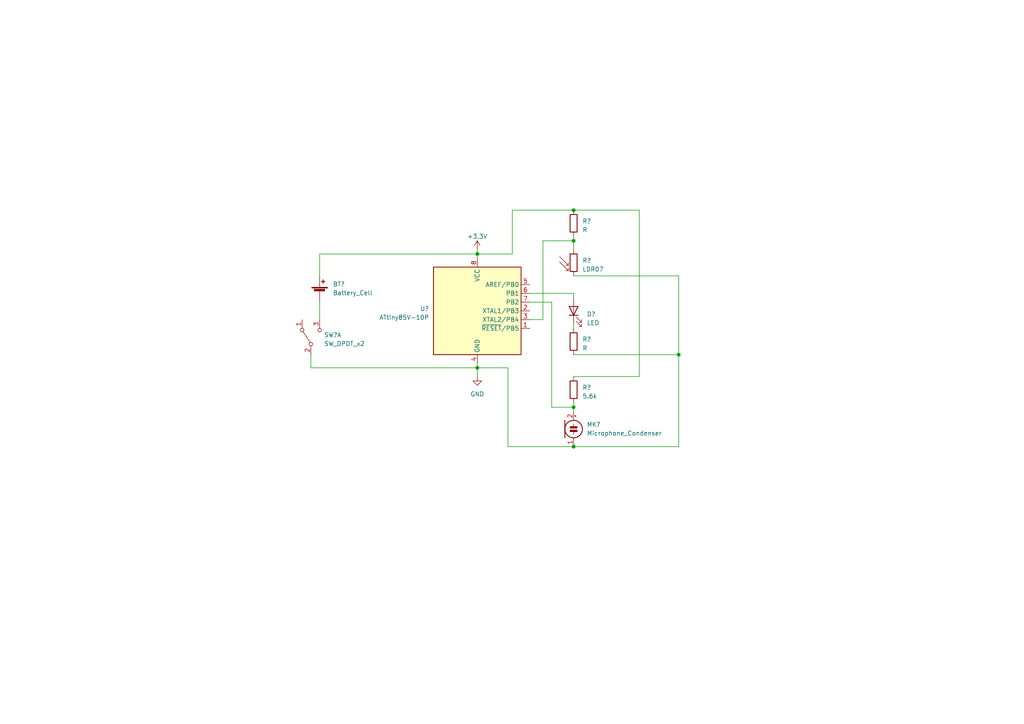
<source format=kicad_sch>
(kicad_sch (version 20230121) (generator eeschema)

  (uuid dc13cf54-8c22-4f1c-89c0-5163c36ef77c)

  (paper "A4")

  (lib_symbols
    (symbol "Device:Battery_Cell" (pin_numbers hide) (pin_names (offset 0) hide) (in_bom yes) (on_board yes)
      (property "Reference" "BT" (at 2.54 2.54 0)
        (effects (font (size 1.27 1.27)) (justify left))
      )
      (property "Value" "Battery_Cell" (at 2.54 0 0)
        (effects (font (size 1.27 1.27)) (justify left))
      )
      (property "Footprint" "" (at 0 1.524 90)
        (effects (font (size 1.27 1.27)) hide)
      )
      (property "Datasheet" "~" (at 0 1.524 90)
        (effects (font (size 1.27 1.27)) hide)
      )
      (property "ki_keywords" "battery cell" (at 0 0 0)
        (effects (font (size 1.27 1.27)) hide)
      )
      (property "ki_description" "Single-cell battery" (at 0 0 0)
        (effects (font (size 1.27 1.27)) hide)
      )
      (symbol "Battery_Cell_0_1"
        (rectangle (start -2.286 1.778) (end 2.286 1.524)
          (stroke (width 0) (type default))
          (fill (type outline))
        )
        (rectangle (start -1.5748 1.1938) (end 1.4732 0.6858)
          (stroke (width 0) (type default))
          (fill (type outline))
        )
        (polyline
          (pts
            (xy 0 0.762)
            (xy 0 0)
          )
          (stroke (width 0) (type default))
          (fill (type none))
        )
        (polyline
          (pts
            (xy 0 1.778)
            (xy 0 2.54)
          )
          (stroke (width 0) (type default))
          (fill (type none))
        )
        (polyline
          (pts
            (xy 0.508 3.429)
            (xy 1.524 3.429)
          )
          (stroke (width 0.254) (type default))
          (fill (type none))
        )
        (polyline
          (pts
            (xy 1.016 3.937)
            (xy 1.016 2.921)
          )
          (stroke (width 0.254) (type default))
          (fill (type none))
        )
      )
      (symbol "Battery_Cell_1_1"
        (pin passive line (at 0 5.08 270) (length 2.54)
          (name "+" (effects (font (size 1.27 1.27))))
          (number "1" (effects (font (size 1.27 1.27))))
        )
        (pin passive line (at 0 -2.54 90) (length 2.54)
          (name "-" (effects (font (size 1.27 1.27))))
          (number "2" (effects (font (size 1.27 1.27))))
        )
      )
    )
    (symbol "Device:LED" (pin_numbers hide) (pin_names (offset 1.016) hide) (in_bom yes) (on_board yes)
      (property "Reference" "D" (at 0 2.54 0)
        (effects (font (size 1.27 1.27)))
      )
      (property "Value" "LED" (at 0 -2.54 0)
        (effects (font (size 1.27 1.27)))
      )
      (property "Footprint" "" (at 0 0 0)
        (effects (font (size 1.27 1.27)) hide)
      )
      (property "Datasheet" "~" (at 0 0 0)
        (effects (font (size 1.27 1.27)) hide)
      )
      (property "ki_keywords" "LED diode" (at 0 0 0)
        (effects (font (size 1.27 1.27)) hide)
      )
      (property "ki_description" "Light emitting diode" (at 0 0 0)
        (effects (font (size 1.27 1.27)) hide)
      )
      (property "ki_fp_filters" "LED* LED_SMD:* LED_THT:*" (at 0 0 0)
        (effects (font (size 1.27 1.27)) hide)
      )
      (symbol "LED_0_1"
        (polyline
          (pts
            (xy -1.27 -1.27)
            (xy -1.27 1.27)
          )
          (stroke (width 0.254) (type default))
          (fill (type none))
        )
        (polyline
          (pts
            (xy -1.27 0)
            (xy 1.27 0)
          )
          (stroke (width 0) (type default))
          (fill (type none))
        )
        (polyline
          (pts
            (xy 1.27 -1.27)
            (xy 1.27 1.27)
            (xy -1.27 0)
            (xy 1.27 -1.27)
          )
          (stroke (width 0.254) (type default))
          (fill (type none))
        )
        (polyline
          (pts
            (xy -3.048 -0.762)
            (xy -4.572 -2.286)
            (xy -3.81 -2.286)
            (xy -4.572 -2.286)
            (xy -4.572 -1.524)
          )
          (stroke (width 0) (type default))
          (fill (type none))
        )
        (polyline
          (pts
            (xy -1.778 -0.762)
            (xy -3.302 -2.286)
            (xy -2.54 -2.286)
            (xy -3.302 -2.286)
            (xy -3.302 -1.524)
          )
          (stroke (width 0) (type default))
          (fill (type none))
        )
      )
      (symbol "LED_1_1"
        (pin passive line (at -3.81 0 0) (length 2.54)
          (name "K" (effects (font (size 1.27 1.27))))
          (number "1" (effects (font (size 1.27 1.27))))
        )
        (pin passive line (at 3.81 0 180) (length 2.54)
          (name "A" (effects (font (size 1.27 1.27))))
          (number "2" (effects (font (size 1.27 1.27))))
        )
      )
    )
    (symbol "Device:Microphone_Condenser" (pin_names (offset 0.0254) hide) (in_bom yes) (on_board yes)
      (property "Reference" "MK" (at -3.302 1.27 0)
        (effects (font (size 1.27 1.27)) (justify right))
      )
      (property "Value" "Microphone_Condenser" (at -3.302 -0.635 0)
        (effects (font (size 1.27 1.27)) (justify right))
      )
      (property "Footprint" "" (at 0 2.54 90)
        (effects (font (size 1.27 1.27)) hide)
      )
      (property "Datasheet" "~" (at 0 2.54 90)
        (effects (font (size 1.27 1.27)) hide)
      )
      (property "ki_keywords" "capacitance condenser microphone" (at 0 0 0)
        (effects (font (size 1.27 1.27)) hide)
      )
      (property "ki_description" "Condenser microphone" (at 0 0 0)
        (effects (font (size 1.27 1.27)) hide)
      )
      (symbol "Microphone_Condenser_0_1"
        (polyline
          (pts
            (xy -2.54 2.54)
            (xy -2.54 -2.54)
          )
          (stroke (width 0.254) (type default))
          (fill (type none))
        )
        (polyline
          (pts
            (xy 0 -0.762)
            (xy 0 -1.524)
          )
          (stroke (width 0) (type default))
          (fill (type none))
        )
        (polyline
          (pts
            (xy 0 0.762)
            (xy 0 1.524)
          )
          (stroke (width 0) (type default))
          (fill (type none))
        )
        (polyline
          (pts
            (xy 0.254 3.81)
            (xy 0.762 3.81)
          )
          (stroke (width 0) (type default))
          (fill (type none))
        )
        (polyline
          (pts
            (xy 0.508 4.064)
            (xy 0.508 3.556)
          )
          (stroke (width 0) (type default))
          (fill (type none))
        )
        (circle (center 0 0) (radius 2.54)
          (stroke (width 0.254) (type default))
          (fill (type none))
        )
        (rectangle (start 1.016 -0.254) (end -1.016 -0.762)
          (stroke (width 0) (type default))
          (fill (type outline))
        )
        (rectangle (start 1.016 0.762) (end -1.016 0.254)
          (stroke (width 0) (type default))
          (fill (type outline))
        )
      )
      (symbol "Microphone_Condenser_1_1"
        (pin passive line (at 0 -5.08 90) (length 2.54)
          (name "-" (effects (font (size 1.27 1.27))))
          (number "1" (effects (font (size 1.27 1.27))))
        )
        (pin passive line (at 0 5.08 270) (length 2.54)
          (name "+" (effects (font (size 1.27 1.27))))
          (number "2" (effects (font (size 1.27 1.27))))
        )
      )
    )
    (symbol "Device:R" (pin_numbers hide) (pin_names (offset 0)) (in_bom yes) (on_board yes)
      (property "Reference" "R" (at 2.032 0 90)
        (effects (font (size 1.27 1.27)))
      )
      (property "Value" "R" (at 0 0 90)
        (effects (font (size 1.27 1.27)))
      )
      (property "Footprint" "" (at -1.778 0 90)
        (effects (font (size 1.27 1.27)) hide)
      )
      (property "Datasheet" "~" (at 0 0 0)
        (effects (font (size 1.27 1.27)) hide)
      )
      (property "ki_keywords" "R res resistor" (at 0 0 0)
        (effects (font (size 1.27 1.27)) hide)
      )
      (property "ki_description" "Resistor" (at 0 0 0)
        (effects (font (size 1.27 1.27)) hide)
      )
      (property "ki_fp_filters" "R_*" (at 0 0 0)
        (effects (font (size 1.27 1.27)) hide)
      )
      (symbol "R_0_1"
        (rectangle (start -1.016 -2.54) (end 1.016 2.54)
          (stroke (width 0.254) (type default))
          (fill (type none))
        )
      )
      (symbol "R_1_1"
        (pin passive line (at 0 3.81 270) (length 1.27)
          (name "~" (effects (font (size 1.27 1.27))))
          (number "1" (effects (font (size 1.27 1.27))))
        )
        (pin passive line (at 0 -3.81 90) (length 1.27)
          (name "~" (effects (font (size 1.27 1.27))))
          (number "2" (effects (font (size 1.27 1.27))))
        )
      )
    )
    (symbol "MCU_Microchip_ATtiny:ATtiny85V-10P" (in_bom yes) (on_board yes)
      (property "Reference" "U" (at -12.7 13.97 0)
        (effects (font (size 1.27 1.27)) (justify left bottom))
      )
      (property "Value" "ATtiny85V-10P" (at 2.54 -13.97 0)
        (effects (font (size 1.27 1.27)) (justify left top))
      )
      (property "Footprint" "Package_DIP:DIP-8_W7.62mm" (at 0 0 0)
        (effects (font (size 1.27 1.27) italic) hide)
      )
      (property "Datasheet" "http://ww1.microchip.com/downloads/en/DeviceDoc/atmel-2586-avr-8-bit-microcontroller-attiny25-attiny45-attiny85_datasheet.pdf" (at 0 0 0)
        (effects (font (size 1.27 1.27)) hide)
      )
      (property "ki_keywords" "AVR 8bit Microcontroller tinyAVR" (at 0 0 0)
        (effects (font (size 1.27 1.27)) hide)
      )
      (property "ki_description" "10MHz, 8kB Flash, 512B SRAM, 512B EEPROM, debugWIRE, DIP-8" (at 0 0 0)
        (effects (font (size 1.27 1.27)) hide)
      )
      (property "ki_fp_filters" "DIP*W7.62mm*" (at 0 0 0)
        (effects (font (size 1.27 1.27)) hide)
      )
      (symbol "ATtiny85V-10P_0_1"
        (rectangle (start -12.7 -12.7) (end 12.7 12.7)
          (stroke (width 0.254) (type default))
          (fill (type background))
        )
      )
      (symbol "ATtiny85V-10P_1_1"
        (pin bidirectional line (at 15.24 -5.08 180) (length 2.54)
          (name "~{RESET}/PB5" (effects (font (size 1.27 1.27))))
          (number "1" (effects (font (size 1.27 1.27))))
        )
        (pin bidirectional line (at 15.24 0 180) (length 2.54)
          (name "XTAL1/PB3" (effects (font (size 1.27 1.27))))
          (number "2" (effects (font (size 1.27 1.27))))
        )
        (pin bidirectional line (at 15.24 -2.54 180) (length 2.54)
          (name "XTAL2/PB4" (effects (font (size 1.27 1.27))))
          (number "3" (effects (font (size 1.27 1.27))))
        )
        (pin power_in line (at 0 -15.24 90) (length 2.54)
          (name "GND" (effects (font (size 1.27 1.27))))
          (number "4" (effects (font (size 1.27 1.27))))
        )
        (pin bidirectional line (at 15.24 7.62 180) (length 2.54)
          (name "AREF/PB0" (effects (font (size 1.27 1.27))))
          (number "5" (effects (font (size 1.27 1.27))))
        )
        (pin bidirectional line (at 15.24 5.08 180) (length 2.54)
          (name "PB1" (effects (font (size 1.27 1.27))))
          (number "6" (effects (font (size 1.27 1.27))))
        )
        (pin bidirectional line (at 15.24 2.54 180) (length 2.54)
          (name "PB2" (effects (font (size 1.27 1.27))))
          (number "7" (effects (font (size 1.27 1.27))))
        )
        (pin power_in line (at 0 15.24 270) (length 2.54)
          (name "VCC" (effects (font (size 1.27 1.27))))
          (number "8" (effects (font (size 1.27 1.27))))
        )
      )
    )
    (symbol "Sensor_Optical:LDR07" (pin_numbers hide) (pin_names (offset 0)) (in_bom yes) (on_board yes)
      (property "Reference" "R" (at -5.08 0 90)
        (effects (font (size 1.27 1.27)))
      )
      (property "Value" "LDR07" (at 1.905 0 90)
        (effects (font (size 1.27 1.27)) (justify top))
      )
      (property "Footprint" "OptoDevice:R_LDR_5.1x4.3mm_P3.4mm_Vertical" (at 4.445 0 90)
        (effects (font (size 1.27 1.27)) hide)
      )
      (property "Datasheet" "http://www.tme.eu/de/Document/f2e3ad76a925811312d226c31da4cd7e/LDR07.pdf" (at 0 -1.27 0)
        (effects (font (size 1.27 1.27)) hide)
      )
      (property "ki_keywords" "light dependent photo resistor LDR" (at 0 0 0)
        (effects (font (size 1.27 1.27)) hide)
      )
      (property "ki_description" "light dependent resistor" (at 0 0 0)
        (effects (font (size 1.27 1.27)) hide)
      )
      (property "ki_fp_filters" "R*LDR*5.1x4.3mm*P3.4mm*" (at 0 0 0)
        (effects (font (size 1.27 1.27)) hide)
      )
      (symbol "LDR07_0_1"
        (rectangle (start -1.016 2.54) (end 1.016 -2.54)
          (stroke (width 0.254) (type default))
          (fill (type none))
        )
        (polyline
          (pts
            (xy -1.524 -2.286)
            (xy -4.064 0.254)
          )
          (stroke (width 0) (type default))
          (fill (type none))
        )
        (polyline
          (pts
            (xy -1.524 -2.286)
            (xy -2.286 -2.286)
          )
          (stroke (width 0) (type default))
          (fill (type none))
        )
        (polyline
          (pts
            (xy -1.524 -2.286)
            (xy -1.524 -1.524)
          )
          (stroke (width 0) (type default))
          (fill (type none))
        )
        (polyline
          (pts
            (xy -1.524 -0.762)
            (xy -4.064 1.778)
          )
          (stroke (width 0) (type default))
          (fill (type none))
        )
        (polyline
          (pts
            (xy -1.524 -0.762)
            (xy -2.286 -0.762)
          )
          (stroke (width 0) (type default))
          (fill (type none))
        )
        (polyline
          (pts
            (xy -1.524 -0.762)
            (xy -1.524 0)
          )
          (stroke (width 0) (type default))
          (fill (type none))
        )
      )
      (symbol "LDR07_1_1"
        (pin passive line (at 0 3.81 270) (length 1.27)
          (name "~" (effects (font (size 1.27 1.27))))
          (number "1" (effects (font (size 1.27 1.27))))
        )
        (pin passive line (at 0 -3.81 90) (length 1.27)
          (name "~" (effects (font (size 1.27 1.27))))
          (number "2" (effects (font (size 1.27 1.27))))
        )
      )
    )
    (symbol "Switch:SW_DPDT_x2" (pin_names (offset 0) hide) (in_bom yes) (on_board yes)
      (property "Reference" "SW" (at 0 4.318 0)
        (effects (font (size 1.27 1.27)))
      )
      (property "Value" "SW_DPDT_x2" (at 0 -5.08 0)
        (effects (font (size 1.27 1.27)))
      )
      (property "Footprint" "" (at 0 0 0)
        (effects (font (size 1.27 1.27)) hide)
      )
      (property "Datasheet" "~" (at 0 0 0)
        (effects (font (size 1.27 1.27)) hide)
      )
      (property "ki_keywords" "switch dual-pole double-throw DPDT spdt ON-ON" (at 0 0 0)
        (effects (font (size 1.27 1.27)) hide)
      )
      (property "ki_description" "Switch, dual pole double throw, separate symbols" (at 0 0 0)
        (effects (font (size 1.27 1.27)) hide)
      )
      (property "ki_fp_filters" "SW*DPDT*" (at 0 0 0)
        (effects (font (size 1.27 1.27)) hide)
      )
      (symbol "SW_DPDT_x2_0_0"
        (circle (center -2.032 0) (radius 0.508)
          (stroke (width 0) (type default))
          (fill (type none))
        )
        (circle (center 2.032 -2.54) (radius 0.508)
          (stroke (width 0) (type default))
          (fill (type none))
        )
      )
      (symbol "SW_DPDT_x2_0_1"
        (polyline
          (pts
            (xy -1.524 0.254)
            (xy 1.651 2.286)
          )
          (stroke (width 0) (type default))
          (fill (type none))
        )
        (circle (center 2.032 2.54) (radius 0.508)
          (stroke (width 0) (type default))
          (fill (type none))
        )
      )
      (symbol "SW_DPDT_x2_1_1"
        (pin passive line (at 5.08 2.54 180) (length 2.54)
          (name "A" (effects (font (size 1.27 1.27))))
          (number "1" (effects (font (size 1.27 1.27))))
        )
        (pin passive line (at -5.08 0 0) (length 2.54)
          (name "B" (effects (font (size 1.27 1.27))))
          (number "2" (effects (font (size 1.27 1.27))))
        )
        (pin passive line (at 5.08 -2.54 180) (length 2.54)
          (name "C" (effects (font (size 1.27 1.27))))
          (number "3" (effects (font (size 1.27 1.27))))
        )
      )
      (symbol "SW_DPDT_x2_2_1"
        (pin passive line (at 5.08 2.54 180) (length 2.54)
          (name "A" (effects (font (size 1.27 1.27))))
          (number "4" (effects (font (size 1.27 1.27))))
        )
        (pin passive line (at -5.08 0 0) (length 2.54)
          (name "B" (effects (font (size 1.27 1.27))))
          (number "5" (effects (font (size 1.27 1.27))))
        )
        (pin passive line (at 5.08 -2.54 180) (length 2.54)
          (name "C" (effects (font (size 1.27 1.27))))
          (number "6" (effects (font (size 1.27 1.27))))
        )
      )
    )
    (symbol "power:+3.3V" (power) (pin_names (offset 0)) (in_bom yes) (on_board yes)
      (property "Reference" "#PWR" (at 0 -3.81 0)
        (effects (font (size 1.27 1.27)) hide)
      )
      (property "Value" "+3.3V" (at 0 3.556 0)
        (effects (font (size 1.27 1.27)))
      )
      (property "Footprint" "" (at 0 0 0)
        (effects (font (size 1.27 1.27)) hide)
      )
      (property "Datasheet" "" (at 0 0 0)
        (effects (font (size 1.27 1.27)) hide)
      )
      (property "ki_keywords" "global power" (at 0 0 0)
        (effects (font (size 1.27 1.27)) hide)
      )
      (property "ki_description" "Power symbol creates a global label with name \"+3.3V\"" (at 0 0 0)
        (effects (font (size 1.27 1.27)) hide)
      )
      (symbol "+3.3V_0_1"
        (polyline
          (pts
            (xy -0.762 1.27)
            (xy 0 2.54)
          )
          (stroke (width 0) (type default))
          (fill (type none))
        )
        (polyline
          (pts
            (xy 0 0)
            (xy 0 2.54)
          )
          (stroke (width 0) (type default))
          (fill (type none))
        )
        (polyline
          (pts
            (xy 0 2.54)
            (xy 0.762 1.27)
          )
          (stroke (width 0) (type default))
          (fill (type none))
        )
      )
      (symbol "+3.3V_1_1"
        (pin power_in line (at 0 0 90) (length 0) hide
          (name "+3.3V" (effects (font (size 1.27 1.27))))
          (number "1" (effects (font (size 1.27 1.27))))
        )
      )
    )
    (symbol "power:GND" (power) (pin_names (offset 0)) (in_bom yes) (on_board yes)
      (property "Reference" "#PWR" (at 0 -6.35 0)
        (effects (font (size 1.27 1.27)) hide)
      )
      (property "Value" "GND" (at 0 -3.81 0)
        (effects (font (size 1.27 1.27)))
      )
      (property "Footprint" "" (at 0 0 0)
        (effects (font (size 1.27 1.27)) hide)
      )
      (property "Datasheet" "" (at 0 0 0)
        (effects (font (size 1.27 1.27)) hide)
      )
      (property "ki_keywords" "global power" (at 0 0 0)
        (effects (font (size 1.27 1.27)) hide)
      )
      (property "ki_description" "Power symbol creates a global label with name \"GND\" , ground" (at 0 0 0)
        (effects (font (size 1.27 1.27)) hide)
      )
      (symbol "GND_0_1"
        (polyline
          (pts
            (xy 0 0)
            (xy 0 -1.27)
            (xy 1.27 -1.27)
            (xy 0 -2.54)
            (xy -1.27 -1.27)
            (xy 0 -1.27)
          )
          (stroke (width 0) (type default))
          (fill (type none))
        )
      )
      (symbol "GND_1_1"
        (pin power_in line (at 0 0 270) (length 0) hide
          (name "GND" (effects (font (size 1.27 1.27))))
          (number "1" (effects (font (size 1.27 1.27))))
        )
      )
    )
  )

  (junction (at 166.37 118.11) (diameter 0) (color 0 0 0 0)
    (uuid 1ae5b93a-2a8d-45a3-bd7c-2384d729532c)
  )
  (junction (at 138.43 106.68) (diameter 0) (color 0 0 0 0)
    (uuid 2145b9b6-0ac4-45b6-a0f9-1c6ab221b2e7)
  )
  (junction (at 166.37 60.96) (diameter 0) (color 0 0 0 0)
    (uuid 3c5f7f59-4687-4281-9a36-4e4f86ec601e)
  )
  (junction (at 138.43 73.66) (diameter 0) (color 0 0 0 0)
    (uuid 785901a5-4320-4560-be4e-d7404eecd4de)
  )
  (junction (at 166.37 129.54) (diameter 0) (color 0 0 0 0)
    (uuid 996c796a-e258-4496-a903-30d853f23ee7)
  )
  (junction (at 166.37 69.85) (diameter 0) (color 0 0 0 0)
    (uuid c9315e7d-4887-4531-9b84-d7ee1964c861)
  )
  (junction (at 196.85 102.87) (diameter 0) (color 0 0 0 0)
    (uuid f69983d3-7556-41dc-886a-ea4bf0215e9b)
  )

  (wire (pts (xy 157.48 69.85) (xy 166.37 69.85))
    (stroke (width 0) (type default))
    (uuid 08c9b020-a05d-4f3c-ae43-4760ac0b6700)
  )
  (wire (pts (xy 90.17 106.68) (xy 138.43 106.68))
    (stroke (width 0) (type default))
    (uuid 0eef9103-1884-4dc7-9ad2-f0375aebc1b9)
  )
  (wire (pts (xy 148.59 60.96) (xy 166.37 60.96))
    (stroke (width 0) (type default))
    (uuid 0ef1ed9c-c957-4d70-a8c6-e00cb365a174)
  )
  (wire (pts (xy 92.71 80.01) (xy 92.71 73.66))
    (stroke (width 0) (type default))
    (uuid 13827851-5120-459f-9531-107f81ce3b6f)
  )
  (wire (pts (xy 153.67 85.09) (xy 166.37 85.09))
    (stroke (width 0) (type default))
    (uuid 1843ba51-00e9-4081-aafd-4ef451061ca0)
  )
  (wire (pts (xy 153.67 87.63) (xy 160.02 87.63))
    (stroke (width 0) (type default))
    (uuid 281ea230-0b9d-4ce1-a62d-033c78cae826)
  )
  (wire (pts (xy 138.43 105.41) (xy 138.43 106.68))
    (stroke (width 0) (type default))
    (uuid 2e9eccd9-8f76-456a-a1de-0fd1b39b5d1a)
  )
  (wire (pts (xy 92.71 73.66) (xy 138.43 73.66))
    (stroke (width 0) (type default))
    (uuid 3119bbb2-6956-4f4a-aa9f-87050854de2e)
  )
  (wire (pts (xy 166.37 118.11) (xy 166.37 119.38))
    (stroke (width 0) (type default))
    (uuid 31c8882c-50e1-45d9-b5a6-64ea0d152753)
  )
  (wire (pts (xy 160.02 87.63) (xy 160.02 118.11))
    (stroke (width 0) (type default))
    (uuid 343a2764-0965-4b45-a828-75697e2db2cc)
  )
  (wire (pts (xy 157.48 92.71) (xy 157.48 69.85))
    (stroke (width 0) (type default))
    (uuid 34557c9e-41e0-4cb9-8be8-2e883467a27c)
  )
  (wire (pts (xy 196.85 129.54) (xy 196.85 102.87))
    (stroke (width 0) (type default))
    (uuid 3abe473d-fb08-4e0a-9c15-6bc138f200ad)
  )
  (wire (pts (xy 166.37 69.85) (xy 166.37 72.39))
    (stroke (width 0) (type default))
    (uuid 42df2a8d-3e02-4fd7-a17f-f4cdd4007698)
  )
  (wire (pts (xy 138.43 73.66) (xy 138.43 74.93))
    (stroke (width 0) (type default))
    (uuid 435b0733-7dbb-4bda-a8e9-d63599831412)
  )
  (wire (pts (xy 185.42 60.96) (xy 166.37 60.96))
    (stroke (width 0) (type default))
    (uuid 6599006d-83d9-4e34-81a0-8ee31b5cdac5)
  )
  (wire (pts (xy 166.37 80.01) (xy 196.85 80.01))
    (stroke (width 0) (type default))
    (uuid 67d53f9f-3f3c-46e3-a91f-122de42e7543)
  )
  (wire (pts (xy 138.43 73.66) (xy 148.59 73.66))
    (stroke (width 0) (type default))
    (uuid 78b58095-3ff6-486c-8237-8b1159be789d)
  )
  (wire (pts (xy 196.85 80.01) (xy 196.85 102.87))
    (stroke (width 0) (type default))
    (uuid 86afa403-b04b-46b8-8035-1a57fa58ff83)
  )
  (wire (pts (xy 166.37 129.54) (xy 196.85 129.54))
    (stroke (width 0) (type default))
    (uuid 86ca328a-71d9-4362-865e-ce1059c1e4cb)
  )
  (wire (pts (xy 166.37 85.09) (xy 166.37 86.36))
    (stroke (width 0) (type default))
    (uuid 8c55b8da-1655-4fed-9ac7-1291f343357f)
  )
  (wire (pts (xy 147.32 129.54) (xy 166.37 129.54))
    (stroke (width 0) (type default))
    (uuid 8fb0a0f2-f57e-4d17-950b-986a3afb6b13)
  )
  (wire (pts (xy 153.67 92.71) (xy 157.48 92.71))
    (stroke (width 0) (type default))
    (uuid 93ab169e-3166-429c-bab9-72ce14eb25c0)
  )
  (wire (pts (xy 166.37 93.98) (xy 166.37 95.25))
    (stroke (width 0) (type default))
    (uuid 9f41ef6d-ae0e-4aca-ad71-d758899c26f1)
  )
  (wire (pts (xy 138.43 106.68) (xy 147.32 106.68))
    (stroke (width 0) (type default))
    (uuid a75befa2-74e7-4ae2-9f26-2d371b63bc30)
  )
  (wire (pts (xy 138.43 72.39) (xy 138.43 73.66))
    (stroke (width 0) (type default))
    (uuid a807d90e-1af8-4ed3-b85b-7086bcb6faab)
  )
  (wire (pts (xy 90.17 102.87) (xy 90.17 106.68))
    (stroke (width 0) (type default))
    (uuid aab7a2df-477a-4da1-b645-ca5a0d90a7f7)
  )
  (wire (pts (xy 166.37 116.84) (xy 166.37 118.11))
    (stroke (width 0) (type default))
    (uuid bc741637-5ede-49cd-8e89-3b0c2770ef60)
  )
  (wire (pts (xy 166.37 109.22) (xy 185.42 109.22))
    (stroke (width 0) (type default))
    (uuid c162884d-e5cc-4195-92d2-c7235d7d5e92)
  )
  (wire (pts (xy 147.32 106.68) (xy 147.32 129.54))
    (stroke (width 0) (type default))
    (uuid c16ffe8d-c070-418d-8106-27ebd0debc45)
  )
  (wire (pts (xy 148.59 73.66) (xy 148.59 60.96))
    (stroke (width 0) (type default))
    (uuid d1dcabd2-857a-420f-8dd8-28ba8b32f4c7)
  )
  (wire (pts (xy 138.43 106.68) (xy 138.43 109.22))
    (stroke (width 0) (type default))
    (uuid df0b8f01-1931-49af-bca1-d836547649b3)
  )
  (wire (pts (xy 196.85 102.87) (xy 166.37 102.87))
    (stroke (width 0) (type default))
    (uuid e851f76f-d605-4167-9c5b-745c167bc9d8)
  )
  (wire (pts (xy 92.71 87.63) (xy 92.71 92.71))
    (stroke (width 0) (type default))
    (uuid f104fe11-ae35-4e1b-be3e-91758c316427)
  )
  (wire (pts (xy 166.37 68.58) (xy 166.37 69.85))
    (stroke (width 0) (type default))
    (uuid f4ebfb64-4efa-46fa-9d4a-f6b5b193db70)
  )
  (wire (pts (xy 160.02 118.11) (xy 166.37 118.11))
    (stroke (width 0) (type default))
    (uuid fdc8d1f5-d5d2-401e-af79-8b0bc84c8da1)
  )
  (wire (pts (xy 185.42 109.22) (xy 185.42 60.96))
    (stroke (width 0) (type default))
    (uuid ffade1ef-5bd6-4a40-bb2a-546594d257d3)
  )

  (symbol (lib_id "Device:R") (at 166.37 113.03 0) (unit 1)
    (in_bom yes) (on_board yes) (dnp no) (fields_autoplaced)
    (uuid 1b05232d-69c5-48e4-bc20-69727cb9ed57)
    (property "Reference" "R?" (at 168.91 112.395 0)
      (effects (font (size 1.27 1.27)) (justify left))
    )
    (property "Value" "5.6k" (at 168.91 114.935 0)
      (effects (font (size 1.27 1.27)) (justify left))
    )
    (property "Footprint" "" (at 164.592 113.03 90)
      (effects (font (size 1.27 1.27)) hide)
    )
    (property "Datasheet" "~" (at 166.37 113.03 0)
      (effects (font (size 1.27 1.27)) hide)
    )
    (pin "1" (uuid 2ceb04de-4db2-47dd-a994-35187d5f4158))
    (pin "2" (uuid a327cafd-49bd-4977-8521-2a17f93bf7cb))
    (instances
      (project "Schematics"
        (path "/dc13cf54-8c22-4f1c-89c0-5163c36ef77c"
          (reference "R?") (unit 1)
        )
      )
    )
  )

  (symbol (lib_id "Sensor_Optical:LDR07") (at 166.37 76.2 0) (unit 1)
    (in_bom yes) (on_board yes) (dnp no) (fields_autoplaced)
    (uuid 2c3758c5-d2c7-4b13-b39f-aec04be4216f)
    (property "Reference" "R?" (at 168.91 75.565 0)
      (effects (font (size 1.27 1.27)) (justify left))
    )
    (property "Value" "LDR07" (at 168.91 78.105 0)
      (effects (font (size 1.27 1.27)) (justify left))
    )
    (property "Footprint" "OptoDevice:R_LDR_5.1x4.3mm_P3.4mm_Vertical" (at 170.815 76.2 90)
      (effects (font (size 1.27 1.27)) hide)
    )
    (property "Datasheet" "http://www.tme.eu/de/Document/f2e3ad76a925811312d226c31da4cd7e/LDR07.pdf" (at 166.37 77.47 0)
      (effects (font (size 1.27 1.27)) hide)
    )
    (pin "1" (uuid c39d7dfe-5c82-46b8-9c45-46e22591329a))
    (pin "2" (uuid e6282b76-a42b-427d-97dd-374efc10a240))
    (instances
      (project "Schematics"
        (path "/dc13cf54-8c22-4f1c-89c0-5163c36ef77c"
          (reference "R?") (unit 1)
        )
      )
    )
  )

  (symbol (lib_id "Device:Battery_Cell") (at 92.71 85.09 0) (unit 1)
    (in_bom yes) (on_board yes) (dnp no) (fields_autoplaced)
    (uuid 5d820798-a10c-41e0-b523-ed36e6949331)
    (property "Reference" "BT?" (at 96.52 82.423 0)
      (effects (font (size 1.27 1.27)) (justify left))
    )
    (property "Value" "Battery_Cell" (at 96.52 84.963 0)
      (effects (font (size 1.27 1.27)) (justify left))
    )
    (property "Footprint" "" (at 92.71 83.566 90)
      (effects (font (size 1.27 1.27)) hide)
    )
    (property "Datasheet" "~" (at 92.71 83.566 90)
      (effects (font (size 1.27 1.27)) hide)
    )
    (pin "1" (uuid 7c62ee43-acf5-4709-9a34-a628591706ea))
    (pin "2" (uuid 5f0fa6a8-fda8-4b3c-947a-8c5ef4eab6f0))
    (instances
      (project "Schematics"
        (path "/dc13cf54-8c22-4f1c-89c0-5163c36ef77c"
          (reference "BT?") (unit 1)
        )
      )
    )
  )

  (symbol (lib_id "Switch:SW_DPDT_x2") (at 90.17 97.79 90) (unit 1)
    (in_bom yes) (on_board yes) (dnp no) (fields_autoplaced)
    (uuid 9550ec18-f0e5-46d7-aada-f6fb6b4bd8d6)
    (property "Reference" "SW?" (at 93.98 97.155 90)
      (effects (font (size 1.27 1.27)) (justify right))
    )
    (property "Value" "SW_DPDT_x2" (at 93.98 99.695 90)
      (effects (font (size 1.27 1.27)) (justify right))
    )
    (property "Footprint" "" (at 90.17 97.79 0)
      (effects (font (size 1.27 1.27)) hide)
    )
    (property "Datasheet" "~" (at 90.17 97.79 0)
      (effects (font (size 1.27 1.27)) hide)
    )
    (pin "1" (uuid e27f4af6-fb57-40aa-b0c9-239f44ee0acf))
    (pin "2" (uuid ae5ea144-33a4-4013-859a-5c2be9260f94))
    (pin "3" (uuid a8898dfb-6b07-4307-9eba-6a0df112c4f7))
    (pin "4" (uuid 5953d778-29d7-441e-b8db-8f670e8f1ed4))
    (pin "5" (uuid e318e07c-b9b1-4f20-b8ec-1bb68b0c5487))
    (pin "6" (uuid 726b3024-c465-48db-a218-5391b06b9295))
    (instances
      (project "Schematics"
        (path "/dc13cf54-8c22-4f1c-89c0-5163c36ef77c"
          (reference "SW?") (unit 1)
        )
      )
    )
  )

  (symbol (lib_id "MCU_Microchip_ATtiny:ATtiny85V-10P") (at 138.43 90.17 0) (unit 1)
    (in_bom yes) (on_board yes) (dnp no) (fields_autoplaced)
    (uuid a995ce4e-f2b3-48f5-94de-dc0ec60fd976)
    (property "Reference" "U?" (at 124.46 89.535 0)
      (effects (font (size 1.27 1.27)) (justify right))
    )
    (property "Value" "ATtiny85V-10P" (at 124.46 92.075 0)
      (effects (font (size 1.27 1.27)) (justify right))
    )
    (property "Footprint" "Package_DIP:DIP-8_W7.62mm" (at 138.43 90.17 0)
      (effects (font (size 1.27 1.27) italic) hide)
    )
    (property "Datasheet" "http://ww1.microchip.com/downloads/en/DeviceDoc/atmel-2586-avr-8-bit-microcontroller-attiny25-attiny45-attiny85_datasheet.pdf" (at 138.43 90.17 0)
      (effects (font (size 1.27 1.27)) hide)
    )
    (pin "1" (uuid ff77b92b-75b8-4ad5-ab11-c68193c98d83))
    (pin "2" (uuid 9354f426-a64b-4b81-909a-54f73e33adb5))
    (pin "3" (uuid 6c618a71-6384-4cbc-9583-324514a11a65))
    (pin "4" (uuid 06801f58-80ef-4128-9141-fb3b4db0ad71))
    (pin "5" (uuid fdb87f99-ee8b-4f58-a0a6-5551bbeecc2b))
    (pin "6" (uuid 2104de0f-940c-490a-a74a-428a6ae1adee))
    (pin "7" (uuid 85520d04-d4cb-47cf-8ef1-88424927ed29))
    (pin "8" (uuid 4feb9337-4de3-40b4-96e1-e3c741fe0f3d))
    (instances
      (project "Schematics"
        (path "/dc13cf54-8c22-4f1c-89c0-5163c36ef77c"
          (reference "U?") (unit 1)
        )
      )
    )
  )

  (symbol (lib_id "power:GND") (at 138.43 109.22 0) (unit 1)
    (in_bom yes) (on_board yes) (dnp no) (fields_autoplaced)
    (uuid ae895c93-2b08-4dc5-8f8c-db4fc7940bff)
    (property "Reference" "#PWR01" (at 138.43 115.57 0)
      (effects (font (size 1.27 1.27)) hide)
    )
    (property "Value" "GND" (at 138.43 114.3 0)
      (effects (font (size 1.27 1.27)))
    )
    (property "Footprint" "" (at 138.43 109.22 0)
      (effects (font (size 1.27 1.27)) hide)
    )
    (property "Datasheet" "" (at 138.43 109.22 0)
      (effects (font (size 1.27 1.27)) hide)
    )
    (pin "1" (uuid 8be09ca4-d833-4f5d-8768-45ed23517770))
    (instances
      (project "Schematics"
        (path "/dc13cf54-8c22-4f1c-89c0-5163c36ef77c"
          (reference "#PWR01") (unit 1)
        )
      )
    )
  )

  (symbol (lib_id "Device:R") (at 166.37 99.06 0) (unit 1)
    (in_bom yes) (on_board yes) (dnp no) (fields_autoplaced)
    (uuid bd94546e-7ece-4921-b2b9-c384d9441e46)
    (property "Reference" "R?" (at 168.91 98.425 0)
      (effects (font (size 1.27 1.27)) (justify left))
    )
    (property "Value" "R" (at 168.91 100.965 0)
      (effects (font (size 1.27 1.27)) (justify left))
    )
    (property "Footprint" "" (at 164.592 99.06 90)
      (effects (font (size 1.27 1.27)) hide)
    )
    (property "Datasheet" "~" (at 166.37 99.06 0)
      (effects (font (size 1.27 1.27)) hide)
    )
    (pin "1" (uuid 43800b35-89f9-4000-a5cf-3cec53b14443))
    (pin "2" (uuid 6fb22f45-5ff2-44e2-a45a-6e3efbf03b75))
    (instances
      (project "Schematics"
        (path "/dc13cf54-8c22-4f1c-89c0-5163c36ef77c"
          (reference "R?") (unit 1)
        )
      )
    )
  )

  (symbol (lib_id "Device:LED") (at 166.37 90.17 90) (unit 1)
    (in_bom yes) (on_board yes) (dnp no) (fields_autoplaced)
    (uuid c274b7a1-865a-4f7c-8fd2-0ba7a1122b00)
    (property "Reference" "D?" (at 170.18 91.1225 90)
      (effects (font (size 1.27 1.27)) (justify right))
    )
    (property "Value" "LED" (at 170.18 93.6625 90)
      (effects (font (size 1.27 1.27)) (justify right))
    )
    (property "Footprint" "" (at 166.37 90.17 0)
      (effects (font (size 1.27 1.27)) hide)
    )
    (property "Datasheet" "~" (at 166.37 90.17 0)
      (effects (font (size 1.27 1.27)) hide)
    )
    (pin "1" (uuid 5a335156-a385-470d-84e9-75f25b6244d5))
    (pin "2" (uuid ce3c0d11-1a68-4ed1-ae11-9aee9e9aebef))
    (instances
      (project "Schematics"
        (path "/dc13cf54-8c22-4f1c-89c0-5163c36ef77c"
          (reference "D?") (unit 1)
        )
      )
    )
  )

  (symbol (lib_id "Device:Microphone_Condenser") (at 166.37 124.46 0) (unit 1)
    (in_bom yes) (on_board yes) (dnp no) (fields_autoplaced)
    (uuid c72bb79b-5966-4a13-823f-2d46d1764351)
    (property "Reference" "MK?" (at 170.18 123.1265 0)
      (effects (font (size 1.27 1.27)) (justify left))
    )
    (property "Value" "Microphone_Condenser" (at 170.18 125.6665 0)
      (effects (font (size 1.27 1.27)) (justify left))
    )
    (property "Footprint" "" (at 166.37 121.92 90)
      (effects (font (size 1.27 1.27)) hide)
    )
    (property "Datasheet" "~" (at 166.37 121.92 90)
      (effects (font (size 1.27 1.27)) hide)
    )
    (pin "1" (uuid 5407ed79-c1fe-477a-8d6b-a42e324a3e70))
    (pin "2" (uuid a8a9b294-a22e-4113-9349-b7c1df8cb99f))
    (instances
      (project "Schematics"
        (path "/dc13cf54-8c22-4f1c-89c0-5163c36ef77c"
          (reference "MK?") (unit 1)
        )
      )
    )
  )

  (symbol (lib_id "Device:R") (at 166.37 64.77 0) (unit 1)
    (in_bom yes) (on_board yes) (dnp no) (fields_autoplaced)
    (uuid d18e23b0-88d9-4611-93c9-095fab13247c)
    (property "Reference" "R?" (at 168.91 64.135 0)
      (effects (font (size 1.27 1.27)) (justify left))
    )
    (property "Value" "R" (at 168.91 66.675 0)
      (effects (font (size 1.27 1.27)) (justify left))
    )
    (property "Footprint" "" (at 164.592 64.77 90)
      (effects (font (size 1.27 1.27)) hide)
    )
    (property "Datasheet" "~" (at 166.37 64.77 0)
      (effects (font (size 1.27 1.27)) hide)
    )
    (pin "1" (uuid 77423aed-a26b-49a9-ae42-6ba75874741f))
    (pin "2" (uuid afa3d9c7-5d40-4e9c-8f42-1dabf2ea916f))
    (instances
      (project "Schematics"
        (path "/dc13cf54-8c22-4f1c-89c0-5163c36ef77c"
          (reference "R?") (unit 1)
        )
      )
    )
  )

  (symbol (lib_id "power:+3.3V") (at 138.43 72.39 0) (unit 1)
    (in_bom yes) (on_board yes) (dnp no) (fields_autoplaced)
    (uuid e2409397-d93a-4513-9268-4dbc1894d350)
    (property "Reference" "#PWR02" (at 138.43 76.2 0)
      (effects (font (size 1.27 1.27)) hide)
    )
    (property "Value" "+3.3V" (at 138.43 68.58 0)
      (effects (font (size 1.27 1.27)))
    )
    (property "Footprint" "" (at 138.43 72.39 0)
      (effects (font (size 1.27 1.27)) hide)
    )
    (property "Datasheet" "" (at 138.43 72.39 0)
      (effects (font (size 1.27 1.27)) hide)
    )
    (pin "1" (uuid ce6f66aa-e22b-4863-8b80-ce8a7c48eae7))
    (instances
      (project "Schematics"
        (path "/dc13cf54-8c22-4f1c-89c0-5163c36ef77c"
          (reference "#PWR02") (unit 1)
        )
      )
    )
  )

  (sheet_instances
    (path "/" (page "1"))
  )
)

</source>
